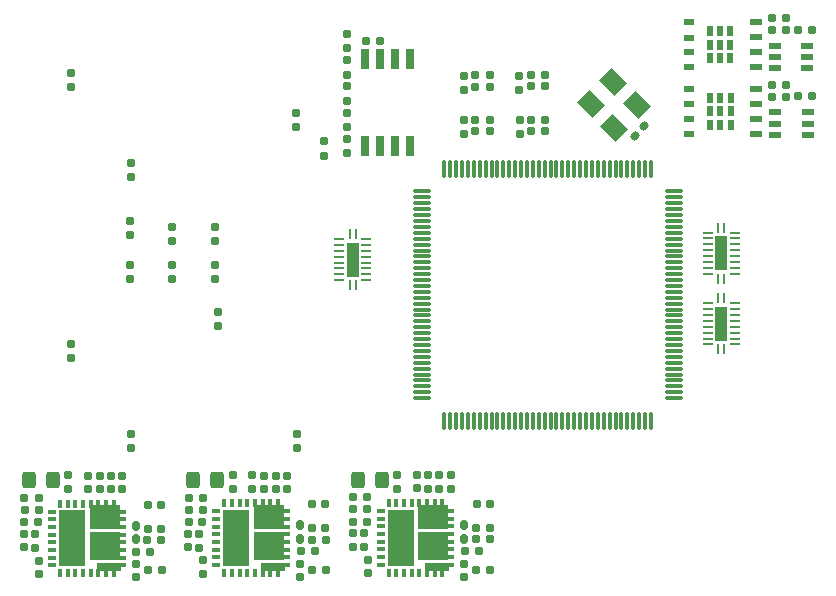
<source format=gbp>
%TF.GenerationSoftware,KiCad,Pcbnew,8.0.2*%
%TF.CreationDate,2024-09-16T20:32:10-04:00*%
%TF.ProjectId,fpga,66706761-2e6b-4696-9361-645f70636258,rev?*%
%TF.SameCoordinates,Original*%
%TF.FileFunction,Paste,Bot*%
%TF.FilePolarity,Positive*%
%FSLAX46Y46*%
G04 Gerber Fmt 4.6, Leading zero omitted, Abs format (unit mm)*
G04 Created by KiCad (PCBNEW 8.0.2) date 2024-09-16 20:32:10*
%MOMM*%
%LPD*%
G01*
G04 APERTURE LIST*
G04 Aperture macros list*
%AMRoundRect*
0 Rectangle with rounded corners*
0 $1 Rounding radius*
0 $2 $3 $4 $5 $6 $7 $8 $9 X,Y pos of 4 corners*
0 Add a 4 corners polygon primitive as box body*
4,1,4,$2,$3,$4,$5,$6,$7,$8,$9,$2,$3,0*
0 Add four circle primitives for the rounded corners*
1,1,$1+$1,$2,$3*
1,1,$1+$1,$4,$5*
1,1,$1+$1,$6,$7*
1,1,$1+$1,$8,$9*
0 Add four rect primitives between the rounded corners*
20,1,$1+$1,$2,$3,$4,$5,0*
20,1,$1+$1,$4,$5,$6,$7,0*
20,1,$1+$1,$6,$7,$8,$9,0*
20,1,$1+$1,$8,$9,$2,$3,0*%
%AMRotRect*
0 Rectangle, with rotation*
0 The origin of the aperture is its center*
0 $1 length*
0 $2 width*
0 $3 Rotation angle, in degrees counterclockwise*
0 Add horizontal line*
21,1,$1,$2,0,0,$3*%
G04 Aperture macros list end*
%ADD10C,0.000000*%
%ADD11RoundRect,0.155000X-0.212500X-0.155000X0.212500X-0.155000X0.212500X0.155000X-0.212500X0.155000X0*%
%ADD12RoundRect,0.160000X-0.197500X-0.160000X0.197500X-0.160000X0.197500X0.160000X-0.197500X0.160000X0*%
%ADD13RoundRect,0.160000X0.197500X0.160000X-0.197500X0.160000X-0.197500X-0.160000X0.197500X-0.160000X0*%
%ADD14RoundRect,0.155000X0.155000X-0.212500X0.155000X0.212500X-0.155000X0.212500X-0.155000X-0.212500X0*%
%ADD15RoundRect,0.160000X-0.160000X0.197500X-0.160000X-0.197500X0.160000X-0.197500X0.160000X0.197500X0*%
%ADD16R,0.254000X0.812800*%
%ADD17R,0.812800X0.254000*%
%ADD18R,0.990600X2.895600*%
%ADD19R,0.600000X0.900000*%
%ADD20R,0.900000X0.600000*%
%ADD21R,1.050000X0.600000*%
%ADD22R,1.000000X0.599999*%
%ADD23R,0.304800X0.711200*%
%ADD24R,2.649000X2.089194*%
%ADD25R,0.711200X0.304800*%
%ADD26R,2.641600X2.336800*%
%ADD27R,2.006600X0.685800*%
%ADD28R,2.211400X4.700000*%
%ADD29RoundRect,0.160000X0.160000X-0.197500X0.160000X0.197500X-0.160000X0.197500X-0.160000X-0.197500X0*%
%ADD30RoundRect,0.155000X-0.155000X0.212500X-0.155000X-0.212500X0.155000X-0.212500X0.155000X0.212500X0*%
%ADD31RoundRect,0.160000X0.160000X-0.222500X0.160000X0.222500X-0.160000X0.222500X-0.160000X-0.222500X0*%
%ADD32R,0.650000X1.700000*%
%ADD33RoundRect,0.250000X-0.325000X-0.450000X0.325000X-0.450000X0.325000X0.450000X-0.325000X0.450000X0*%
%ADD34RotRect,1.540000X1.800000X225.000000*%
%ADD35RoundRect,0.075000X-0.662500X-0.075000X0.662500X-0.075000X0.662500X0.075000X-0.662500X0.075000X0*%
%ADD36RoundRect,0.075000X-0.075000X-0.662500X0.075000X-0.662500X0.075000X0.662500X-0.075000X0.662500X0*%
%ADD37RoundRect,0.155000X-0.040659X-0.259862X0.259862X0.040659X0.040659X0.259862X-0.259862X-0.040659X0*%
G04 APERTURE END LIST*
D10*
%TO.C,U14*%
G36*
X127026300Y-66295600D02*
G01*
X126235700Y-66295600D01*
X126235700Y-65047800D01*
X127026300Y-65047800D01*
X127026300Y-66295600D01*
G37*
G36*
X127026300Y-67743400D02*
G01*
X126235700Y-67743400D01*
X126235700Y-66495600D01*
X127026300Y-66495600D01*
X127026300Y-67743400D01*
G37*
%TO.C,U13*%
G36*
X127014300Y-60326600D02*
G01*
X126223700Y-60326600D01*
X126223700Y-59078800D01*
X127014300Y-59078800D01*
X127014300Y-60326600D01*
G37*
G36*
X127014300Y-61774400D02*
G01*
X126223700Y-61774400D01*
X126223700Y-60526600D01*
X127014300Y-60526600D01*
X127014300Y-61774400D01*
G37*
%TO.C,U15*%
G36*
X95838100Y-60860000D02*
G01*
X95047500Y-60860000D01*
X95047500Y-59612200D01*
X95838100Y-59612200D01*
X95838100Y-60860000D01*
G37*
G36*
X95838100Y-62307800D02*
G01*
X95047500Y-62307800D01*
X95047500Y-61060000D01*
X95838100Y-61060000D01*
X95838100Y-62307800D01*
G37*
%TD*%
D11*
%TO.C,C62*%
X105919956Y-81667200D03*
X107054956Y-81667200D03*
%TD*%
D12*
%TO.C,R30*%
X95484956Y-81092200D03*
X96679956Y-81092200D03*
%TD*%
D13*
%TO.C,R25*%
X82752045Y-82166998D03*
X81557045Y-82166998D03*
%TD*%
D14*
%TO.C,C40*%
X82752045Y-87551998D03*
X82752045Y-86416998D03*
%TD*%
D15*
%TO.C,R36*%
X104839000Y-45395600D03*
X104839000Y-46590600D03*
%TD*%
D16*
%TO.C,U14*%
X126381000Y-68541900D03*
D17*
X125488000Y-68145599D03*
X125488000Y-67645600D03*
X125488000Y-67145601D03*
X125488000Y-66645600D03*
X125488000Y-66145600D03*
X125488000Y-65645599D03*
X125488000Y-65145600D03*
X125488000Y-64645601D03*
D16*
X126381000Y-64249300D03*
X126881000Y-64249300D03*
D17*
X127774000Y-64645601D03*
X127774000Y-65145600D03*
X127774000Y-65645599D03*
X127774000Y-66145600D03*
X127774000Y-66645600D03*
X127774000Y-67145601D03*
X127774000Y-67645600D03*
X127774000Y-68145599D03*
D16*
X126881000Y-68541900D03*
D18*
X126631000Y-66395600D03*
%TD*%
D19*
%TO.C,U11*%
X127414601Y-43910255D03*
X127414601Y-42760255D03*
X127414601Y-41610255D03*
X126564601Y-43910255D03*
X126564601Y-42760255D03*
X126564601Y-41610255D03*
X125714601Y-43910255D03*
X125714601Y-42760255D03*
X125714601Y-41610255D03*
D20*
X123864601Y-44640255D03*
X123864601Y-43360255D03*
X123864601Y-42160255D03*
X123864601Y-40880255D03*
D21*
X129584601Y-40850255D03*
X129584601Y-42120255D03*
X129584601Y-43400255D03*
X129584601Y-44670255D03*
%TD*%
D11*
%TO.C,C51*%
X130966601Y-40491255D03*
X132101601Y-40491255D03*
%TD*%
D12*
%TO.C,R34*%
X105879956Y-87242200D03*
X107074956Y-87242200D03*
%TD*%
D15*
%TO.C,R51*%
X80171400Y-61409700D03*
X80171400Y-62604700D03*
%TD*%
D19*
%TO.C,U10*%
X127422001Y-49569255D03*
X127422001Y-48419255D03*
X127422001Y-47269255D03*
X126572001Y-49569255D03*
X126572001Y-48419255D03*
X126572001Y-47269255D03*
X125722001Y-49569255D03*
X125722001Y-48419255D03*
X125722001Y-47269255D03*
D20*
X123872001Y-50299255D03*
X123872001Y-49019255D03*
X123872001Y-47819255D03*
X123872001Y-46539255D03*
D21*
X129592001Y-46509255D03*
X129592001Y-47779255D03*
X129592001Y-49059255D03*
X129592001Y-50329255D03*
%TD*%
D15*
%TO.C,R58*%
X83794600Y-58228900D03*
X83794600Y-59423900D03*
%TD*%
D13*
%TO.C,R46*%
X111734300Y-50055400D03*
X110539300Y-50055400D03*
%TD*%
D22*
%TO.C,U8*%
X133947001Y-48494255D03*
X133947001Y-49444256D03*
X133947001Y-50394254D03*
X131197001Y-50394254D03*
X131197001Y-49444256D03*
X131197001Y-48494255D03*
%TD*%
D23*
%TO.C,U12*%
X98479957Y-81570800D03*
X99129955Y-81570800D03*
X99779957Y-81570800D03*
X100429955Y-81570800D03*
X101079957Y-81570800D03*
D24*
X102254956Y-82717200D03*
D23*
X101729955Y-81570800D03*
X102379957Y-81570800D03*
X103029955Y-81570800D03*
D25*
X103701356Y-82242201D03*
X103701356Y-82892199D03*
X103701356Y-83542201D03*
X103701356Y-84192199D03*
D26*
X102258656Y-85192897D03*
D25*
X103701356Y-84842201D03*
X103701356Y-85492199D03*
X103701356Y-86142201D03*
X103701356Y-86792199D03*
D27*
X102583656Y-86970397D03*
D23*
X103029955Y-87463600D03*
X102379957Y-87463600D03*
X101729955Y-87463600D03*
X101079957Y-87463600D03*
X100429955Y-87463600D03*
X99779957Y-87463600D03*
X99129955Y-87463600D03*
X98479957Y-87463600D03*
D25*
X97808556Y-86792199D03*
X97808556Y-86142201D03*
X97808556Y-85492199D03*
X97808556Y-84842201D03*
X97808556Y-84192199D03*
X97808556Y-83542201D03*
X97808556Y-82892199D03*
X97808556Y-82242201D03*
D28*
X99512456Y-84517200D03*
%TD*%
D29*
%TO.C,R55*%
X76623400Y-53992400D03*
X76623400Y-52797400D03*
%TD*%
D23*
%TO.C,U6*%
X70655002Y-81627600D03*
X71305000Y-81627600D03*
X71955002Y-81627600D03*
X72605000Y-81627600D03*
X73255002Y-81627600D03*
D24*
X74430001Y-82774000D03*
D23*
X73905000Y-81627600D03*
X74555002Y-81627600D03*
X75205000Y-81627600D03*
D25*
X75876401Y-82299001D03*
X75876401Y-82948999D03*
X75876401Y-83599001D03*
X75876401Y-84248999D03*
D26*
X74433701Y-85249697D03*
D25*
X75876401Y-84899001D03*
X75876401Y-85548999D03*
X75876401Y-86199001D03*
X75876401Y-86848999D03*
D27*
X74758701Y-87027197D03*
D23*
X75205000Y-87520400D03*
X74555002Y-87520400D03*
X73905000Y-87520400D03*
X73255002Y-87520400D03*
X72605000Y-87520400D03*
X71955002Y-87520400D03*
X71305000Y-87520400D03*
X70655002Y-87520400D03*
D25*
X69983601Y-86848999D03*
X69983601Y-86199001D03*
X69983601Y-85548999D03*
X69983601Y-84899001D03*
X69983601Y-84248999D03*
X69983601Y-83599001D03*
X69983601Y-82948999D03*
X69983601Y-82299001D03*
D28*
X71687501Y-84574000D03*
%TD*%
D30*
%TO.C,C56*%
X101829956Y-79232200D03*
X101829956Y-80367200D03*
%TD*%
%TO.C,C60*%
X104854956Y-86707200D03*
X104854956Y-87842200D03*
%TD*%
D14*
%TO.C,C31*%
X68843000Y-87588600D03*
X68843000Y-86453600D03*
%TD*%
D30*
%TO.C,C29*%
X75937000Y-79273400D03*
X75937000Y-80408400D03*
%TD*%
D13*
%TO.C,R40*%
X107023400Y-45370200D03*
X105828400Y-45370200D03*
%TD*%
D30*
%TO.C,C39*%
X87902045Y-79256998D03*
X87902045Y-80391998D03*
%TD*%
D15*
%TO.C,R47*%
X71575800Y-68107300D03*
X71575800Y-69302300D03*
%TD*%
D11*
%TO.C,C34*%
X78074000Y-83761200D03*
X79209000Y-83761200D03*
%TD*%
D30*
%TO.C,C27*%
X74006600Y-79273400D03*
X74006600Y-80408400D03*
%TD*%
%TO.C,C54*%
X103754956Y-79242200D03*
X103754956Y-80377200D03*
%TD*%
D15*
%TO.C,R22*%
X85277045Y-79171998D03*
X85277045Y-80366998D03*
%TD*%
D30*
%TO.C,C43*%
X90977045Y-86724498D03*
X90977045Y-87859498D03*
%TD*%
D12*
%TO.C,R26*%
X91027045Y-85666998D03*
X92222045Y-85666998D03*
%TD*%
D15*
%TO.C,R50*%
X76563400Y-61410900D03*
X76563400Y-62605900D03*
%TD*%
D29*
%TO.C,R23*%
X82448400Y-85357300D03*
X82448400Y-84162300D03*
%TD*%
D13*
%TO.C,R41*%
X107023400Y-46335400D03*
X105828400Y-46335400D03*
%TD*%
D29*
%TO.C,R17*%
X68529200Y-85382700D03*
X68529200Y-84187700D03*
%TD*%
D12*
%TO.C,R32*%
X104907456Y-85642200D03*
X106102456Y-85642200D03*
%TD*%
%TO.C,R19*%
X77117500Y-85691600D03*
X78312500Y-85691600D03*
%TD*%
D15*
%TO.C,R7*%
X94934500Y-46304200D03*
X94934500Y-47499200D03*
%TD*%
D14*
%TO.C,C41*%
X81502045Y-85316998D03*
X81502045Y-84181998D03*
%TD*%
D12*
%TO.C,R18*%
X67641501Y-81170400D03*
X68836501Y-81170400D03*
%TD*%
D31*
%TO.C,L3*%
X104879956Y-84592200D03*
X104879956Y-83447200D03*
%TD*%
D15*
%TO.C,R52*%
X83778200Y-61420100D03*
X83778200Y-62615100D03*
%TD*%
D22*
%TO.C,U9*%
X133916601Y-42841256D03*
X133916601Y-43791257D03*
X133916601Y-44741255D03*
X131166601Y-44741255D03*
X131166601Y-43791257D03*
X131166601Y-42841256D03*
%TD*%
D15*
%TO.C,R57*%
X80162400Y-58228900D03*
X80162400Y-59423900D03*
%TD*%
D11*
%TO.C,C48*%
X133149700Y-47150400D03*
X134284700Y-47150400D03*
%TD*%
D15*
%TO.C,R56*%
X76563400Y-57677100D03*
X76563400Y-58872100D03*
%TD*%
D12*
%TO.C,R28*%
X92002045Y-87216998D03*
X93197045Y-87216998D03*
%TD*%
%TO.C,R27*%
X91982045Y-84691998D03*
X93177045Y-84691998D03*
%TD*%
D16*
%TO.C,U13*%
X126369000Y-62572900D03*
D17*
X125476000Y-62176599D03*
X125476000Y-61676600D03*
X125476000Y-61176601D03*
X125476000Y-60676600D03*
X125476000Y-60176600D03*
X125476000Y-59676599D03*
X125476000Y-59176600D03*
X125476000Y-58676601D03*
D16*
X126369000Y-58280300D03*
X126869000Y-58280300D03*
D17*
X127762000Y-58676601D03*
X127762000Y-59176600D03*
X127762000Y-59676599D03*
X127762000Y-60176600D03*
X127762000Y-60676600D03*
X127762000Y-61176601D03*
X127762000Y-61676600D03*
X127762000Y-62176599D03*
D16*
X126869000Y-62572900D03*
D18*
X126619000Y-60426600D03*
%TD*%
D15*
%TO.C,R35*%
X104839000Y-49130600D03*
X104839000Y-50325600D03*
%TD*%
D11*
%TO.C,C47*%
X130972001Y-46219255D03*
X132107001Y-46219255D03*
%TD*%
D30*
%TO.C,C55*%
X102779956Y-79232200D03*
X102779956Y-80367200D03*
%TD*%
D13*
%TO.C,R43*%
X111722500Y-46304200D03*
X110527500Y-46304200D03*
%TD*%
%TO.C,R16*%
X68848601Y-82186400D03*
X67653601Y-82186400D03*
%TD*%
D11*
%TO.C,C45*%
X91992045Y-81691998D03*
X93127045Y-81691998D03*
%TD*%
D30*
%TO.C,C36*%
X86927045Y-79231998D03*
X86927045Y-80366998D03*
%TD*%
D15*
%TO.C,R44*%
X109564300Y-49135400D03*
X109564300Y-50330400D03*
%TD*%
D14*
%TO.C,C2*%
X90622780Y-49721220D03*
X90622780Y-48586220D03*
%TD*%
D29*
%TO.C,R48*%
X84023200Y-66586700D03*
X84023200Y-65391700D03*
%TD*%
D14*
%TO.C,C58*%
X95429956Y-85277200D03*
X95429956Y-84142200D03*
%TD*%
D31*
%TO.C,L2*%
X91002045Y-84616998D03*
X91002045Y-83471998D03*
%TD*%
D32*
%TO.C,U5*%
X96490500Y-44021200D03*
X97760500Y-44021200D03*
X99030500Y-44021200D03*
X100300500Y-44021200D03*
X100300500Y-51321200D03*
X99030500Y-51321200D03*
X97760500Y-51321200D03*
X96490500Y-51321200D03*
%TD*%
D11*
%TO.C,C46*%
X130966601Y-41491255D03*
X132101601Y-41491255D03*
%TD*%
D33*
%TO.C,D4*%
X95854956Y-79617200D03*
X97904956Y-79617200D03*
%TD*%
D13*
%TO.C,R38*%
X107023400Y-49105200D03*
X105828400Y-49105200D03*
%TD*%
D30*
%TO.C,C26*%
X73041400Y-79273400D03*
X73041400Y-80408400D03*
%TD*%
D11*
%TO.C,C30*%
X67624101Y-83202400D03*
X68759101Y-83202400D03*
%TD*%
D14*
%TO.C,C32*%
X67589400Y-85336000D03*
X67589400Y-84201000D03*
%TD*%
D12*
%TO.C,R21*%
X78070600Y-87215600D03*
X79265600Y-87215600D03*
%TD*%
D29*
%TO.C,R29*%
X96418400Y-85312200D03*
X96418400Y-84117200D03*
%TD*%
D15*
%TO.C,R37*%
X109552500Y-45384200D03*
X109552500Y-46579200D03*
%TD*%
D16*
%TO.C,U15*%
X95692800Y-58813700D03*
D17*
X96585800Y-59210001D03*
X96585800Y-59710000D03*
X96585800Y-60209999D03*
X96585800Y-60710000D03*
X96585800Y-61210000D03*
X96585800Y-61710001D03*
X96585800Y-62210000D03*
X96585800Y-62709999D03*
D16*
X95692800Y-63106300D03*
X95192800Y-63106300D03*
D17*
X94299800Y-62709999D03*
X94299800Y-62210000D03*
X94299800Y-61710001D03*
X94299800Y-61210000D03*
X94299800Y-60710000D03*
X94299800Y-60209999D03*
X94299800Y-59710000D03*
X94299800Y-59210001D03*
D16*
X95192800Y-58813700D03*
D18*
X95442800Y-60960000D03*
%TD*%
D11*
%TO.C,C49*%
X130972001Y-47169255D03*
X132107001Y-47169255D03*
%TD*%
D13*
%TO.C,R39*%
X107023400Y-50070400D03*
X105828400Y-50070400D03*
%TD*%
D29*
%TO.C,R14*%
X94934500Y-51924200D03*
X94934500Y-50729200D03*
%TD*%
D31*
%TO.C,L1*%
X77054600Y-84652200D03*
X77054600Y-83507200D03*
%TD*%
D11*
%TO.C,C42*%
X81567045Y-83166998D03*
X82702045Y-83166998D03*
%TD*%
D23*
%TO.C,U7*%
X84556227Y-81598240D03*
X85206225Y-81598240D03*
X85856227Y-81598240D03*
X86506225Y-81598240D03*
X87156227Y-81598240D03*
D24*
X88331226Y-82744640D03*
D23*
X87806225Y-81598240D03*
X88456227Y-81598240D03*
X89106225Y-81598240D03*
D25*
X89777626Y-82269641D03*
X89777626Y-82919639D03*
X89777626Y-83569641D03*
X89777626Y-84219639D03*
D26*
X88334926Y-85220337D03*
D25*
X89777626Y-84869641D03*
X89777626Y-85519639D03*
X89777626Y-86169641D03*
X89777626Y-86819639D03*
D27*
X88659926Y-86997837D03*
D23*
X89106225Y-87491040D03*
X88456227Y-87491040D03*
X87806225Y-87491040D03*
X87156227Y-87491040D03*
X86506225Y-87491040D03*
X85856227Y-87491040D03*
X85206225Y-87491040D03*
X84556227Y-87491040D03*
D25*
X83884826Y-86819639D03*
X83884826Y-86169641D03*
X83884826Y-85519639D03*
X83884826Y-84869641D03*
X83884826Y-84219639D03*
X83884826Y-83569641D03*
X83884826Y-82919639D03*
X83884826Y-82269641D03*
D28*
X85588726Y-84544640D03*
%TD*%
D29*
%TO.C,R53*%
X76655800Y-76896900D03*
X76655800Y-75701900D03*
%TD*%
D13*
%TO.C,R42*%
X111722500Y-45354200D03*
X110527500Y-45354200D03*
%TD*%
D30*
%TO.C,C33*%
X77054600Y-86741000D03*
X77054600Y-87876000D03*
%TD*%
%TO.C,C38*%
X89877045Y-79256998D03*
X89877045Y-80391998D03*
%TD*%
%TO.C,C37*%
X88902045Y-79256998D03*
X88902045Y-80391998D03*
%TD*%
D11*
%TO.C,C35*%
X78094999Y-81729200D03*
X79229999Y-81729200D03*
%TD*%
D13*
%TO.C,R12*%
X97779500Y-42429200D03*
X96584500Y-42429200D03*
%TD*%
D11*
%TO.C,C59*%
X95469956Y-83142200D03*
X96604956Y-83142200D03*
%TD*%
%TO.C,C44*%
X91992045Y-83691998D03*
X93127045Y-83691998D03*
%TD*%
D33*
%TO.C,D2*%
X68012200Y-79646400D03*
X70062200Y-79646400D03*
%TD*%
D11*
%TO.C,C50*%
X133149700Y-41511600D03*
X134284700Y-41511600D03*
%TD*%
D14*
%TO.C,C57*%
X96704956Y-87517200D03*
X96704956Y-86382200D03*
%TD*%
D34*
%TO.C,X1*%
X119480299Y-47903099D03*
X117585252Y-49798146D03*
X115605353Y-47818247D03*
X117500400Y-45923200D03*
%TD*%
D30*
%TO.C,C53*%
X100854956Y-79207200D03*
X100854956Y-80342200D03*
%TD*%
D15*
%TO.C,R1*%
X99204956Y-79172200D03*
X99204956Y-80367200D03*
%TD*%
%TO.C,R15*%
X71365000Y-79213400D03*
X71365000Y-80408400D03*
%TD*%
D29*
%TO.C,R54*%
X90676600Y-76919400D03*
X90676600Y-75724400D03*
%TD*%
D12*
%TO.C,R33*%
X105859956Y-84642200D03*
X107054956Y-84642200D03*
%TD*%
D33*
%TO.C,D3*%
X81902045Y-79616998D03*
X83952045Y-79616998D03*
%TD*%
D30*
%TO.C,C28*%
X74971800Y-79273400D03*
X74971800Y-80408400D03*
%TD*%
D15*
%TO.C,R49*%
X71568800Y-45150800D03*
X71568800Y-46345800D03*
%TD*%
D13*
%TO.C,R31*%
X96629956Y-82092200D03*
X95434956Y-82092200D03*
%TD*%
D12*
%TO.C,R24*%
X81552045Y-81141998D03*
X82747045Y-81141998D03*
%TD*%
D29*
%TO.C,R6*%
X94934500Y-43074200D03*
X94934500Y-41879200D03*
%TD*%
%TO.C,R13*%
X94934500Y-45299200D03*
X94934500Y-44104200D03*
%TD*%
D12*
%TO.C,R20*%
X78044000Y-84726400D03*
X79239000Y-84726400D03*
%TD*%
D11*
%TO.C,C61*%
X105904956Y-83667200D03*
X107039956Y-83667200D03*
%TD*%
D13*
%TO.C,R45*%
X111739300Y-49105400D03*
X110544300Y-49105400D03*
%TD*%
D29*
%TO.C,R2*%
X92989400Y-52159500D03*
X92989400Y-50964500D03*
%TD*%
D35*
%TO.C,U1*%
X101272331Y-72694207D03*
X101272331Y-72194207D03*
X101272331Y-71694207D03*
X101272331Y-71194207D03*
X101272331Y-70694207D03*
X101272331Y-70194207D03*
X101272331Y-69694207D03*
X101272331Y-69194207D03*
X101272331Y-68694207D03*
X101272331Y-68194207D03*
X101272331Y-67694207D03*
X101272331Y-67194207D03*
X101272331Y-66694207D03*
X101272331Y-66194207D03*
X101272331Y-65694207D03*
X101272331Y-65194207D03*
X101272331Y-64694207D03*
X101272331Y-64194207D03*
X101272331Y-63694207D03*
X101272331Y-63194207D03*
X101272331Y-62694207D03*
X101272331Y-62194207D03*
X101272331Y-61694207D03*
X101272331Y-61194207D03*
X101272331Y-60694207D03*
X101272331Y-60194207D03*
X101272331Y-59694207D03*
X101272331Y-59194207D03*
X101272331Y-58694207D03*
X101272331Y-58194207D03*
X101272331Y-57694207D03*
X101272331Y-57194207D03*
X101272331Y-56694207D03*
X101272331Y-56194207D03*
X101272331Y-55694207D03*
X101272331Y-55194207D03*
D36*
X103184831Y-53281707D03*
X103684831Y-53281707D03*
X104184831Y-53281707D03*
X104684831Y-53281707D03*
X105184831Y-53281707D03*
X105684831Y-53281707D03*
X106184831Y-53281707D03*
X106684831Y-53281707D03*
X107184831Y-53281707D03*
X107684831Y-53281707D03*
X108184831Y-53281707D03*
X108684831Y-53281707D03*
X109184831Y-53281707D03*
X109684831Y-53281707D03*
X110184831Y-53281707D03*
X110684831Y-53281707D03*
X111184831Y-53281707D03*
X111684831Y-53281707D03*
X112184831Y-53281707D03*
X112684831Y-53281707D03*
X113184831Y-53281707D03*
X113684831Y-53281707D03*
X114184831Y-53281707D03*
X114684831Y-53281707D03*
X115184831Y-53281707D03*
X115684831Y-53281707D03*
X116184831Y-53281707D03*
X116684831Y-53281707D03*
X117184831Y-53281707D03*
X117684831Y-53281707D03*
X118184831Y-53281707D03*
X118684831Y-53281707D03*
X119184831Y-53281707D03*
X119684831Y-53281707D03*
X120184831Y-53281707D03*
X120684831Y-53281707D03*
D35*
X122597331Y-55194207D03*
X122597331Y-55694207D03*
X122597331Y-56194207D03*
X122597331Y-56694207D03*
X122597331Y-57194207D03*
X122597331Y-57694207D03*
X122597331Y-58194207D03*
X122597331Y-58694207D03*
X122597331Y-59194207D03*
X122597331Y-59694207D03*
X122597331Y-60194207D03*
X122597331Y-60694207D03*
X122597331Y-61194207D03*
X122597331Y-61694207D03*
X122597331Y-62194207D03*
X122597331Y-62694207D03*
X122597331Y-63194207D03*
X122597331Y-63694207D03*
X122597331Y-64194207D03*
X122597331Y-64694207D03*
X122597331Y-65194207D03*
X122597331Y-65694207D03*
X122597331Y-66194207D03*
X122597331Y-66694207D03*
X122597331Y-67194207D03*
X122597331Y-67694207D03*
X122597331Y-68194207D03*
X122597331Y-68694207D03*
X122597331Y-69194207D03*
X122597331Y-69694207D03*
X122597331Y-70194207D03*
X122597331Y-70694207D03*
X122597331Y-71194207D03*
X122597331Y-71694207D03*
X122597331Y-72194207D03*
X122597331Y-72694207D03*
D36*
X120684831Y-74606707D03*
X120184831Y-74606707D03*
X119684831Y-74606707D03*
X119184831Y-74606707D03*
X118684831Y-74606707D03*
X118184831Y-74606707D03*
X117684831Y-74606707D03*
X117184831Y-74606707D03*
X116684831Y-74606707D03*
X116184831Y-74606707D03*
X115684831Y-74606707D03*
X115184831Y-74606707D03*
X114684831Y-74606707D03*
X114184831Y-74606707D03*
X113684831Y-74606707D03*
X113184831Y-74606707D03*
X112684831Y-74606707D03*
X112184831Y-74606707D03*
X111684831Y-74606707D03*
X111184831Y-74606707D03*
X110684831Y-74606707D03*
X110184831Y-74606707D03*
X109684831Y-74606707D03*
X109184831Y-74606707D03*
X108684831Y-74606707D03*
X108184831Y-74606707D03*
X107684831Y-74606707D03*
X107184831Y-74606707D03*
X106684831Y-74606707D03*
X106184831Y-74606707D03*
X105684831Y-74606707D03*
X105184831Y-74606707D03*
X104684831Y-74606707D03*
X104184831Y-74606707D03*
X103684831Y-74606707D03*
X103184831Y-74606707D03*
%TD*%
D37*
%TO.C,C52*%
X119297158Y-50457027D03*
X120099724Y-49654461D03*
%TD*%
D15*
%TO.C,R8*%
X94933500Y-48523200D03*
X94933500Y-49718200D03*
%TD*%
M02*

</source>
